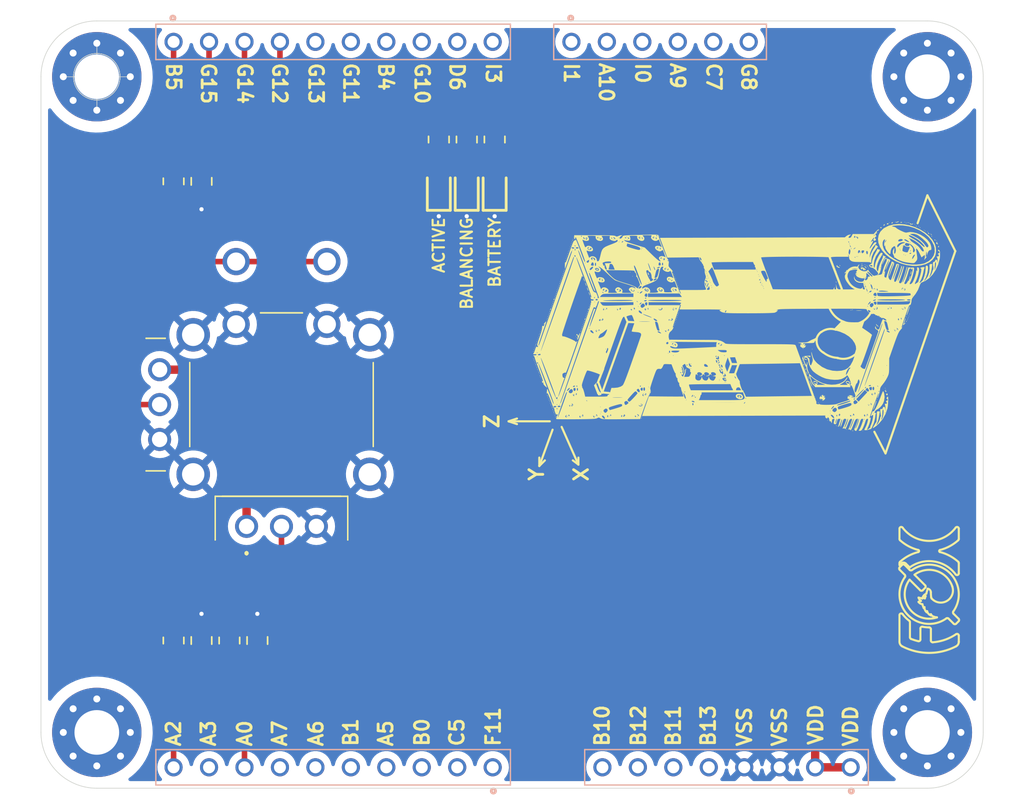
<source format=kicad_pcb>
(kicad_pcb (version 20211014) (generator pcbnew)
  (layers (0 "F.Cu" signal "Front") (31 "B.Cu" signal "Back") (34 "B.Paste" user) (35 "F.Paste" user) (36 "B.SilkS" user "B.Silkscreen") (37 "F.SilkS" user "F.Silkscreen") (38 "B.Mask" user) (39 "F.Mask" user) (44 "Edge.Cuts" user))
  (net 0 "")
  (net 5 "VDD")
  (net 6 "VSS")
  (net 7 "PB13")
  (net 8 "PB11")
  (net 9 "PB12")
  (net 10 "PB10")
  (net 11 "PB5")
  (net 12 "PG15")
  (net 13 "PG14")
  (net 14 "PG12")
  (net 15 "PG13")
  (net 16 "PG11")
  (net 17 "PB4")
  (net 18 "PG10")
  (net 19 "PD6")
  (net 20 "PI3")
  (net 21 "PF11")
  (net 22 "PC5")
  (net 23 "PB0")
  (net 24 "PA5")
  (net 25 "PB1")
  (net 26 "PA6")
  (net 27 "PA7")
  (net 28 "PA0")
  (net 29 "PA3")
  (net 30 "PA2")
  (net 31 "PI1")
  (net 32 "PA10")
  (net 33 "PI0")
  (net 34 "PA9")
  (net 35 "PC7")
  (net 36 "PG8")
  (net 37 "JOYSTICK_X")
  (net 38 "JOYSTICK_Y")
  (net 39 "JOYSTICK_BUTTON")
  (net 40 "Net-(LED1-Pad2)")
  (net 41 "Net-(LED2-Pad2)")
  (net 42 "Net-(LED3-Pad2)")
  (footprint "Capacitor_SMD:C_0805_2012Metric" (layer "F.Cu") (at 129 112.9125 90)
    (fp_text reference "C2" hide)
    (fp_text value "10u")
    (pad "1" smd roundrect (at -0.95 0 90) (size 1 1.45) (layers "F.Cu" "F.Paste" "F.Mask") (net 30 "PA2"))
    (pad "2" smd roundrect (at 0.95 0 90) (size 1 1.45) (layers "F.Cu" "F.Paste" "F.Mask") (net 6 "VSS"))
  )
  (footprint "SamacSys_Parts:LEDC1608X80N" (layer "F.Cu") (at 146 80.5 90)
    (fp_text reference "LED1" hide)
    (fp_text value "150060AS75000" hide)
    (pad "1" smd rect locked (at -0.75 0 180) (size 0.95 0.95) (layers "F.Cu" "F.Paste" "F.Mask") (net 6 "VSS"))
    (pad "2" smd rect locked (at 0.75 0 180) (size 0.95 0.95) (layers "F.Cu" "F.Paste" "F.Mask") (net 40 "Net-(LED1-Pad2)"))
  )
  (footprint "Resistor_SMD:R_0805_2012Metric" (layer "F.Cu") (at 148 77 -90)
    (fp_text reference "R5" hide)
    (fp_text value "5k")
    (pad "1" smd roundrect (at -0.9125 0 270) (size 1.025 1.4) (layers "F.Cu" "F.Paste" "F.Mask") (roundrect_rratio 0.243902) (net 13 "PG14"))
    (pad "2" smd roundrect (at 0.9125 0 270) (size 1.025 1.4) (layers "F.Cu" "F.Paste" "F.Mask") (roundrect_rratio 0.243902) (net 41 "Net-(LED2-Pad2)"))
  )
  (footprint "MountingHole:MountingHole_3.2mm_M3_Pad_Via" (layer "F.Cu") (at 181 72.5)
    (fp_text reference "H2" hide)
    (fp_text value "MountingHole_Pad")
    (pad "1" thru_hole circle (at -2.4 0) (size 0.8 0.8) (drill 0.5) (layers F&B.Cu *.Mask))
    (pad "1" thru_hole circle (at 2.4 0) (size 0.8 0.8) (drill 0.5) (layers F&B.Cu *.Mask))
    (pad "1" thru_hole circle (at 0 0) (size 6.4 6.4) (drill 3.2) (layers F&B.Cu *.Mask) (clearance 0.8))
    (pad "1" thru_hole circle (at 0 -2.4) (size 0.8 0.8) (drill 0.5) (layers F&B.Cu *.Mask))
    (pad "1" thru_hole circle (at -1.697056 -1.697056) (size 0.8 0.8) (drill 0.5) (layers F&B.Cu *.Mask))
    (pad "1" thru_hole circle (at 1.697056 1.697056) (size 0.8 0.8) (drill 0.5) (layers F&B.Cu *.Mask))
    (pad "1" thru_hole circle (at 1.697056 -1.697056) (size 0.8 0.8) (drill 0.5) (layers F&B.Cu *.Mask))
    (pad "1" thru_hole circle (at 0 2.4) (size 0.8 0.8) (drill 0.5) (layers F&B.Cu *.Mask))
    (pad "1" thru_hole circle (at -1.697056 1.697056) (size 0.8 0.8) (drill 0.5) (layers F&B.Cu *.Mask))
  )
  (footprint "MountingHole:MountingHole_3.2mm_M3_Pad_Via" (layer "F.Cu") (at 181 119.5)
    (fp_text reference "H1" hide)
    (fp_text value "MountingHole_Pad")
    (pad "1" thru_hole circle (at 0 -2.4) (size 0.8 0.8) (drill 0.5) (layers F&B.Cu *.Mask))
    (pad "1" thru_hole circle (at 1.697056 1.697056) (size 0.8 0.8) (drill 0.5) (layers F&B.Cu *.Mask))
    (pad "1" thru_hole circle (at -1.697056 1.697056) (size 0.8 0.8) (drill 0.5) (layers F&B.Cu *.Mask))
    (pad "1" thru_hole circle (at 0 2.4) (size 0.8 0.8) (drill 0.5) (layers F&B.Cu *.Mask))
    (pad "1" thru_hole circle (at -1.697056 -1.697056) (size 0.8 0.8) (drill 0.5) (layers F&B.Cu *.Mask))
    (pad "1" thru_hole circle (at 0 0) (size 6.4 6.4) (drill 3.2) (layers F&B.Cu *.Mask) (clearance 0.8))
    (pad "1" thru_hole circle (at 1.697056 -1.697056) (size 0.8 0.8) (drill 0.5) (layers F&B.Cu *.Mask))
    (pad "1" thru_hole circle (at 2.4 0) (size 0.8 0.8) (drill 0.5) (layers F&B.Cu *.Mask))
    (pad "1" thru_hole circle (at -2.4 0) (size 0.8 0.8) (drill 0.5) (layers F&B.Cu *.Mask))
  )
  (footprint "Resistor_SMD:R_0805_2012Metric" (layer "F.Cu") (at 150 77 -90)
    (fp_text reference "R6" hide)
    (fp_text value "5k")
    (pad "1" smd roundrect (at -0.9125 0 270) (size 1.025 1.4) (layers "F.Cu" "F.Paste" "F.Mask") (roundrect_rratio 0.243902) (net 14 "PG12"))
    (pad "2" smd roundrect (at 0.9125 0 270) (size 1.025 1.4) (layers "F.Cu" "F.Paste" "F.Mask") (roundrect_rratio 0.243902) (net 42 "Net-(LED3-Pad2)"))
  )
  (footprint "MountingHole:MountingHole_3.2mm_M3_Pad_Via" (layer "F.Cu") (at 121.5 72.5)
    (fp_text reference "H4" hide)
    (fp_text value "MountingHole_Pad")
    (pad "1" thru_hole circle (at 0 0) (size 6.4 6.4) (drill 3.2) (layers F&B.Cu *.Mask) (clearance 0.8))
    (pad "1" thru_hole circle (at 2.4 0) (size 0.8 0.8) (drill 0.5) (layers F&B.Cu *.Mask))
    (pad "1" thru_hole circle (at -1.697056 -1.697056) (size 0.8 0.8) (drill 0.5) (layers F&B.Cu *.Mask))
    (pad "1" thru_hole circle (at 0 2.4) (size 0.8 0.8) (drill 0.5) (layers F&B.Cu *.Mask))
    (pad "1" thru_hole circle (at 1.697056 1.697056) (size 0.8 0.8) (drill 0.5) (layers F&B.Cu *.Mask))
    (pad "1" thru_hole circle (at -1.697056 1.697056) (size 0.8 0.8) (drill 0.5) (layers F&B.Cu *.Mask))
    (pad "1" thru_hole circle (at -2.4 0) (size 0.8 0.8) (drill 0.5) (layers F&B.Cu *.Mask))
    (pad "1" thru_hole circle (at 1.697056 -1.697056) (size 0.8 0.8) (drill 0.5) (layers F&B.Cu *.Mask))
    (pad "1" thru_hole circle (at 0 -2.4) (size 0.8 0.8) (drill 0.5) (layers F&B.Cu *.Mask))
  )
  (footprint "SamacSys_Parts:LEDC1608X80N" (layer "F.Cu") (at 150 80.5 90)
    (fp_text reference "LED3" hide)
    (fp_text value "150060AS75000" hide)
    (pad "1" smd rect locked (at -0.75 0 180) (size 0.95 0.95) (layers "F.Cu" "F.Paste" "F.Mask") (net 6 "VSS"))
    (pad "2" smd rect locked (at 0.75 0 180) (size 0.95 0.95) (layers "F.Cu" "F.Paste" "F.Mask") (net 42 "Net-(LED3-Pad2)"))
  )
  (footprint "LOGO" (layer "F.Cu") (at 167 90 90)
    (fp_text reference "G***" hide)
    (fp_text value "LOGO" hide)
  )
  (footprint "SamacSys_Parts:THB001P" (layer "F.Cu") (at 132.23 104.73 180)
    (fp_text reference "S1" hide)
    (fp_text value "THB001P" hide)
    (pad "1" thru_hole circle locked (at 0 0 180) (size 1.65 1.65) (drill 1.1) (layers *.Cu *.Mask) (net 5 "VDD"))
    (pad "2" thru_hole circle locked (at -2.5 0 180) (size 1.65 1.65) (drill 1.1) (layers *.Cu *.Mask) (net 37 "JOYSTICK_X"))
    (pad "3" thru_hole circle locked (at -5 0 180) (size 1.65 1.65) (drill 1.1) (layers *.Cu *.Mask) (net 6 "VSS"))
    (pad "11" thru_hole circle locked (at 6.23 11.23 180) (size 1.65 1.65) (drill 1.1) (layers *.Cu *.Mask) (net 5 "VDD"))
    (pad "12" thru_hole circle locked (at 6.23 8.73 180) (size 1.65 1.65) (drill 1.1) (layers *.Cu *.Mask) (net 38 "JOYSTICK_Y"))
    (pad "13" thru_hole circle locked (at 6.23 6.23 180) (size 1.65 1.65) (drill 1.1) (layers *.Cu *.Mask) (net 6 "VSS"))
    (pad "A1" thru_hole circle locked (at -5.75 14.48 180) (size 1.95 1.95) (drill 1.3) (layers *.Cu *.Mask) (net 6 "VSS"))
    (pad "B1" thru_hole circle locked (at 0.75 14.48 180) (size 1.95 1.95) (drill 1.3) (layers *.Cu *.Mask) (net 6 "VSS"))
    (pad "C1" thru_hole circle locked (at -5.75 18.98 180) (size 1.95 1.95) (drill 1.3) (layers *.Cu *.Mask) (net 39 "JOYSTICK_BUTTON"))
    (pad "D1" thru_hole circle locked (at 0.75 18.98 180) (size 1.95 1.95) (drill 1.3) (layers *.Cu *.Mask) (net 39 "JOYSTICK_BUTTON"))
    (pad "MH1" thru_hole circle locked (at 3.825 3.73 180) (size 2.4 2.4) (drill 1.6) (layers *.Cu *.Mask) (net 6 "VSS"))
    (pad "MH2" thru_hole circle locked (at -8.825 3.73 180) (size 2.4 2.4) (drill 1.6) (layers *.Cu *.Mask) (net 6 "VSS"))
    (pad "MH3" thru_hole circle locked (at -8.825 13.73 180) (size 2.4 2.4) (drill 1.6) (layers *.Cu *.Mask) (net 6 "VSS"))
    (pad "MH4" thru_hole circle locked (at 3.825 13.73 180) (size 2.4 2.4) (drill 1.6) (layers *.Cu *.Mask) (net 6 "VSS"))
  )
  (footprint "Resistor_SMD:R_0805_2012Metric" (layer "F.Cu") (at 127 112.9125 -90)
    (fp_text reference "R2" hide)
    (fp_text value "5k")
    (pad "1" smd roundrect (at -0.9125 0 270) (size 1.025 1.4) (layers "F.Cu" "F.Paste" "F.Mask") (roundrect_rratio 0.243902) (net 38 "JOYSTICK_Y"))
    (pad "2" smd roundrect (at 0.9125 0 270) (size 1.025 1.4) (layers "F.Cu" "F.Paste" "F.Mask") (roundrect_rratio 0.243902) (net 30 "PA2"))
  )
  (footprint "MountingHole:MountingHole_3.2mm_M3_Pad_Via" (layer "F.Cu") (at 121.5 119.5)
    (fp_text reference "H3" hide)
    (fp_text value "MountingHole_Pad")
    (pad "1" thru_hole circle (at 1.697056 1.697056) (size 0.8 0.8) (drill 0.5) (layers F&B.Cu *.Mask))
    (pad "1" thru_hole circle (at 2.4 0) (size 0.8 0.8) (drill 0.5) (layers F&B.Cu *.Mask))
    (pad "1" thru_hole circle (at -1.697056 1.697056) (size 0.8 0.8) (drill 0.5) (layers F&B.Cu *.Mask))
    (pad "1" thru_hole circle (at -2.4 0) (size 0.8 0.8) (drill 0.5) (layers F&B.Cu *.Mask))
    (pad "1" thru_hole circle (at 0 2.4) (size 0.8 0.8) (drill 0.5) (layers F&B.Cu *.Mask))
    (pad "1" thru_hole circle (at 0 0) (size 6.4 6.4) (drill 3.2) (layers F&B.Cu *.Mask) (clearance 0.8))
    (pad "1" thru_hole circle (at 1.697056 -1.697056) (size 0.8 0.8) (drill 0.5) (layers F&B.Cu *.Mask))
    (pad "1" thru_hole circle (at 0 -2.4) (size 0.8 0.8) (drill 0.5) (layers F&B.Cu *.Mask))
    (pad "1" thru_hole circle (at -1.697056 -1.697056) (size 0.8 0.8) (drill 0.5) (layers F&B.Cu *.Mask))
  )
  (footprint "Capacitor_SMD:C_0805_2012Metric" (layer "F.Cu") (at 133 112.9125 90)
    (fp_text reference "C3" hide)
    (fp_text value "10u")
    (pad "1" smd roundrect (at -0.95 0 90) (size 1 1.45) (layers "F.Cu" "F.Paste" "F.Mask") (net 28 "PA0"))
    (pad "2" smd roundrect (at 0.95 0 90) (size 1 1.45) (layers "F.Cu" "F.Paste" "F.Mask") (net 6 "VSS"))
  )
  (footprint "SamacSys_Parts:LEDC1608X80N" (layer "F.Cu") (at 148 80.5 90)
    (fp_text reference "LED2" hide)
    (fp_text value "150060AS75000" hide)
    (pad "1" smd rect locked (at -0.75 0 180) (size 0.95 0.95) (layers "F.Cu" "F.Paste" "F.Mask") (net 6 "VSS"))
    (pad "2" smd rect locked (at 0.75 0 180) (size 0.95 0.95) (layers "F.Cu" "F.Paste" "F.Mask") (net 41 "Net-(LED2-Pad2)"))
  )
  (footprint "Resistor_SMD:R_0805_2012Metric" (layer "F.Cu") (at 131 112.9125 -90)
    (fp_text reference "R3" hide)
    (fp_text value "5k")
    (pad "1" smd roundrect (at -0.9125 0 270) (size 1.025 1.4) (layers "F.Cu" "F.Paste" "F.Mask") (roundrect_rratio 0.243902) (net 37 "JOYSTICK_X"))
    (pad "2" smd roundrect (at 0.9125 0 270) (size 1.025 1.4) (layers "F.Cu" "F.Paste" "F.Mask") (roundrect_rratio 0.243902) (net 28 "PA0"))
  )
  (footprint "Capacitor_SMD:C_0805_2012Metric" (layer "F.Cu") (at 129 80 -90)
    (fp_text reference "C1" hide)
    (fp_text value "10u")
    (pad "1" smd roundrect (at -0.95 0 270) (size 1 1.45) (layers "F.Cu" "F.Paste" "F.Mask") (net 11 "PB5"))
    (pad "2" smd roundrect (at 0.95 0 270) (size 1 1.45) (layers "F.Cu" "F.Paste" "F.Mask") (net 6 "VSS"))
  )
  (footprint "Resistor_SMD:R_0805_2012Metric" (layer "F.Cu") (at 127 80 90)
    (fp_text reference "R1" hide)
    (fp_text value "5k")
    (pad "1" smd roundrect (at -0.9125 0 90) (size 1.025 1.4) (layers "F.Cu" "F.Paste" "F.Mask") (roundrect_rratio 0.243902) (net 39 "JOYSTICK_BUTTON"))
    (pad "2" smd roundrect (at 0.9125 0 90) (size 1.025 1.4) (layers "F.Cu" "F.Paste" "F.Mask") (roundrect_rratio 0.243902) (net 11 "PB5"))
  )
  (footprint "Resistor_SMD:R_0805_2012Metric" (layer "F.Cu") (at 146 77 -90)
    (fp_text reference "R4" hide)
    (fp_text value "5k")
    (pad "1" smd roundrect (at -0.9125 0 270) (size 1.025 1.4) (layers "F.Cu" "F.Paste" "F.Mask") (roundrect_rratio 0.243902) (net 12 "PG15"))
    (pad "2" smd roundrect (at 0.9125 0 270) (size 1.025 1.4) (layers "F.Cu" "F.Paste" "F.Mask") (roundrect_rratio 0.243902) (net 40 "Net-(LED1-Pad2)"))
  )
  (footprint "SamacSys_Parts:SLW-106-01-X-S" (layer "B.Cu") (at 155.5 70)
    (fp_text reference "J4" hide)
    (fp_text value "SLW-106-01-T-S" hide)
    (pad "1" thru_hole circle locked (at 0 0) (size 1.3 1.3) (drill 0.86) (layers *.Cu *.Mask) (net 31 "PI1"))
    (pad "2" thru_hole circle locked (at 2.54 0) (size 1.3 1.3) (drill 0.86) (layers *.Cu *.Mask) (net 32 "PA10"))
    (pad "3" thru_hole circle locked (at 5.08 0) (size 1.3 1.3) (drill 0.86) (layers *.Cu *.Mask) (net 33 "PI0"))
    (pad "4" thru_hole circle locked (at 7.62 0) (size 1.3 1.3) (drill 0.86) (layers *.Cu *.Mask) (net 34 "PA9"))
    (pad "5" thru_hole circle locked (at 10.16 0) (size 1.3 1.3) (drill 0.86) (layers *.Cu *.Mask) (net 35 "PC7"))
    (pad "6" thru_hole circle locked (at 12.7 0) (size 1.3 1.3) (drill 0.86) (layers *.Cu *.Mask) (net 36 "PG8"))
  )
  (footprint "SamacSys_Parts:SLW-110-01-X-S" (layer "B.Cu") (at 149.86 122 180)
    (fp_text reference "J3" hide)
    (fp_text value "SLW-110-01-T-S" hide)
    (pad "1" thru_hole circle locked (at 0 0 180) (size 1.3 1.3) (drill 0.86) (layers *.Cu *.Mask) (net 21 "PF11"))
    (pad "2" thru_hole circle locked (at 2.54 0 180) (size 1.3 1.3) (drill 0.86) (layers *.Cu *.Mask) (net 22 "PC5"))
    (pad "3" thru_hole circle locked (at 5.08 0 180) (size 1.3 1.3) (drill 0.86) (layers *.Cu *.Mask) (net 23 "PB0"))
    (pad "4" thru_hole circle locked (at 7.62 0 180) (size 1.3 1.3) (drill 0.86) (layers *.Cu *.Mask) (net 24 "PA5"))
    (pad "5" thru_hole circle locked (at 10.16 0 180) (size 1.3 1.3) (drill 0.86) (layers *.Cu *.Mask) (net 25 "PB1"))
    (pad "6" thru_hole circle locked (at 12.7 0 180) (size 1.3 1.3) (drill 0.86) (layers *.Cu *.Mask) (net 26 "PA6"))
    (pad "7" thru_hole circle locked (at 15.24 0 180) (size 1.3 1.3) (drill 0.86) (layers *.Cu *.Mask) (net 27 "PA7"))
    (pad "8" thru_hole circle locked (at 17.78 0 180) (size 1.3 1.3) (drill 0.86) (layers *.Cu *.Mask) (net 28 "PA0"))
    (pad "9" thru_hole circle locked (at 20.32 0 180) (size 1.3 1.3) (drill 0.86) (layers *.Cu *.Mask) (net 29 "PA3"))
    (pad "10" thru_hole circle locked (at 22.86 0 180) (size 1.3 1.3) (drill 0.86) (layers *.Cu *.Mask) (net 30 "PA2"))
  )
  (footprint "SamacSys_Parts:SLW-108-01-X-S" (layer "B.Cu") (at 175.5 122 180)
    (fp_text reference "J1" hide)
    (fp_text value "SLW-108-01-T-S" hide)
    (pad "1" thru_hole circle locked (at 0 0 180) (size 1.3 1.3) (drill 0.86) (layers *.Cu *.Mask) (net 5 "VDD"))
    (pad "2" thru_hole circle locked (at 2.54 0 180) (size 1.3 1.3) (drill 0.86) (layers *.Cu *.Mask) (net 5 "VDD"))
    (pad "3" thru_hole circle locked (at 5.08 0 180) (size 1.3 1.3) (drill 0.86) (layers *.Cu *.Mask) (net 6 "VSS"))
    (pad "4" thru_hole circle locked (at 7.62 0 180) (size 1.3 1.3) (drill 0.86) (layers *.Cu *.Mask) (net 6 "VSS"))
    (pad "5" thru_hole circle locked (at 10.16 0 180) (size 1.3 1.3) (drill 0.86) (layers *.Cu *.Mask) (net 7 "PB13"))
    (pad "6" thru_hole circle locked (at 12.7 0 180) (size 1.3 1.3) (drill 0.86) (layers *.Cu *.Mask) (net 8 "PB11"))
    (pad "7" thru_hole circle locked (at 15.24 0 180) (size 1.3 1.3) (drill 0.86) (layers *.Cu *.Mask) (net 9 "PB12"))
    (pad "8" thru_hole circle locked (at 17.78 0 180) (size 1.3 1.3) (drill 0.86) (layers *.Cu *.Mask) (net 10 "PB10"))
  )
  (footprint "SamacSys_Parts:SLW-110-01-X-S" (layer "B.Cu") (at 127 70)
    (fp_text reference "J2" hide)
    (fp_text value "SLW-110-01-T-S" hide)
    (pad "1" thru_hole circle locked (at 0 0) (size 1.3 1.3) (drill 0.86) (layers *.Cu *.Mask) (net 11 "PB5"))
    (pad "2" thru_hole circle locked (at 2.54 0) (size 1.3 1.3) (drill 0.86) (layers *.Cu *.Mask) (net 12 "PG15"))
    (pad "3" thru_hole circle locked (at 5.08 0) (size 1.3 1.3) (drill 0.86) (layers *.Cu *.Mask) (net 13 "PG14"))
    (pad "4" thru_hole circle locked (at 7.62 0) (size 1.3 1.3) (drill 0.86) (layers *.Cu *.Mask) (net 14 "PG12"))
    (pad "5" thru_hole circle locked (at 10.16 0) (size 1.3 1.3) (drill 0.86) (layers *.Cu *.Mask) (net 15 "PG13"))
    (pad "6" thru_hole circle locked (at 12.7 0) (size 1.3 1.3) (drill 0.86) (layers *.Cu *.Mask) (net 16 "PG11"))
    (pad "7" thru_hole circle locked (at 15.24 0) (size 1.3 1.3) (drill 0.86) (layers *.Cu *.Mask) (net 17 "PB4"))
    (pad "8" thru_hole circle locked (at 17.78 0) (size 1.3 1.3) (drill 0.86) (layers *.Cu *.Mask) (net 18 "PG10"))
    (pad "9" thru_hole circle locked (at 20.32 0) (size 1.3 1.3) (drill 0.86) (layers *.Cu *.Mask) (net 19 "PD6"))
    (pad "10" thru_hole circle locked (at 22.86 0) (size 1.3 1.3) (drill 0.86) (layers *.Cu *.Mask) (net 20 "PI3"))
  )
  (gr_arc (start 182.356152 111.328649) (mid 179.622357 111.099229) (end 179.392981 108.365478) (layer "F.SilkS") (width 0.15))
  (gr_arc (start 180.739502 110.5823) (mid 180.685171 110.450539) (end 180.646802 110.313278) (layer "F.SilkS") (width 0.15))
  (gr_line (start 159.525 90.075) (end 160.1 90.1) (layer "F.SilkS") (width 0.1524))
  (gr_line (start 159.525 90.075) (end 159.325 89.625) (layer "F.SilkS") (width 0.1524))
  (gr_arc (start 181.146942 111.054055) (mid 181.040724 110.947838) (end 180.981148 110.809943) (layer "F.SilkS") (width 0.15))
  (gr_arc (start 176.949999 89.4) (mid 176.607547 89.852052) (end 176.125 90.15) (layer "F.SilkS") (width 0.1524))
  (gr_line (start 180.872733 109.730765) (end 180.819 109.89093) (layer "F.SilkS") (width 0.15))
  (gr_arc (start 179.041667 107.267393) (mid 179.653769 106.839628) (end 180.349878 106.569286) (layer "F.SilkS") (width 0.15))
  (gr_arc (start 180.878311 110.804055) (mid 180.809025 110.670767) (end 180.793807 110.521323) (layer "F.SilkS") (width 0.15))
  (gr_arc (start 182.787607 109.050518) (mid 182.396861 110.076647) (end 181.312182 109.906492) (layer "F.SilkS") (width 0.15))
  (gr_line (start 183.25 113) (end 183.25 112.562175) (layer "F.SilkS") (width 0.15))
  (gr_line (start 157.7 95.125) (end 158.2 95.175) (layer "F.SilkS") (width 0.1524))
  (gr_line (start 167.75 95.05) (end 163.95 95.05) (layer "F.SilkS") (width 0.1524))
  (gr_arc (start 175.025 90.075) (mid 174.411737 89.69413) (end 173.996142 89.101597) (layer "F.SilkS") (width 0.1524))
  (gr_arc (start 183.059109 111.707515) (mid 182.970721 111.744135) (end 182.882332 111.707515) (layer "F.SilkS") (width 0.15))
  (gr_arc (start 181.238944 111.110652) (mid 181.192308 111.083386) (end 181.146942 111.054055) (layer "F.SilkS") (width 0.15))
  (gr_arc (start 183.235885 111.353962) (mid 183.272524 111.442364) (end 183.235885 111.530739) (layer "F.SilkS") (width 0.15))
  (gr_arc (start 175.8 92.425) (mid 175.216387 92.698718) (end 174.573093 92.657516) (layer "F.SilkS") (width 0.1524))
  (gr_arc (start 179.7 111.49663) (mid 179.736814 111.540724) (end 179.75 111.59663) (layer "F.SilkS") (width 0.15))
  (gr_line (start 179.723478 108.548662) (end 180.48727 109.312453) (layer "F.SilkS") (width 0.15))
  (gr_arc (start 180.349878 106.423974) (mid 179.653767 106.153637) (end 179.041667 105.725867) (layer "F.SilkS") (width 0.15))
  (gr_line (start 151 97.2) (end 153.95 97.2) (layer "F.SilkS") (width 0.1524))
  (gr_arc (start 182.870514 110.988591) (mid 182.834329 110.910655) (end 182.857019 110.827782) (layer "F.SilkS") (width 0.15))
  (gr_arc (start 183.25 105.632698) (mid 183.23913 105.68374) (end 183.208333 105.725867) (layer "F.SilkS") (width 0.15))
  (gr_line (start 157.7 95.15) (end 159.525 90.075) (layer "F.SilkS") (width 0.1524))
  (gr_line (start 156 100.3) (end 154.8 97.6) (layer "F.SilkS") (width 0.1524))
  (gr_arc (start 180.5 112.837925) (mid 180.452811 112.935832) (end 180.346821 112.959707) (layer "F.SilkS") (width 0.15))
  (gr_arc (start 181.686643 111.254055) (mid 179.708576 110.624423) (end 179.723478 108.548662) (layer "F.SilkS") (width 0.15))
  (gr_arc (start 181.267987 109.806855) (mid 181.254375 109.632167) (end 181.248865 109.457036) (layer "F.SilkS") (width 0.15))
  (gr_arc (start 183.025 104.82163) (mid 183.164508 104.778046) (end 183.25 104.89663) (layer "F.SilkS") (width 0.15))
  (gr_arc (start 181.238944 111.110652) (mid 181.234935 111.069107) (end 181.248213 111.029527) (layer "F.SilkS") (width 0.15))
  (gr_line (start 183.235885 111.353962) (end 182.870514 110.988591) (layer "F.SilkS") (width 0.15))
  (gr_arc (start 179.203518 113.333495) (mid 179.054927 113.195328) (end 179 113) (layer "F.SilkS") (width 0.15))
  (gr_line (start 183.059109 111.707515) (end 183.235885 111.530739) (layer "F.SilkS") (width 0.15))
  (gr_line (start 181.25 112.914158) (end 181.25 112.09663) (layer "F.SilkS") (width 0.15))
  (gr_line (start 183 85) (end 181 81) (layer "F.SilkS") (width 0.1524))
  (gr_line (start 179 107.499859) (end 179.102503 107.397356) (layer "F.SilkS") (width 0.15))
  (gr_line (start 173 94.675) (end 175.35 94.675) (layer "F.SilkS") (width 0.1524))
  (gr_line (start 179.733039 107.851116) (end 179.367668 107.485745) (layer "F.SilkS") (width 0.15))
  (gr_arc (start 183.055108 112.458541) (mid 182.257547 112.857499) (end 181.384393 113.038804) (layer "F.SilkS") (width 0.15))
  (gr_line (start 180.664047 109.312453) (end 180.840823 109.135677) (layer "F.SilkS") (width 0.15))
  (gr_line (start 180.639288 109.897735) (end 180.367088 109.836034) (layer "F.SilkS") (width 0.15))
  (gr_arc (start 181.480146 111.211969) (mid 181.346756 111.142901) (end 181.248213 111.029527) (layer "F.SilkS") (width 0.15))
  (gr_line (start 151 97.2) (end 151.6 97) (layer "F.SilkS") (width 0.1524))
  (gr_line (start 179.75 112.679809) (end 179.75 111.59663) (layer "F.SilkS") (width 0.15))
  (gr_arc (start 179.893848 107.864611) (mid 182.627561 108.094025) (end 182.857019 110.827782) (layer "F.SilkS") (width 0.15))
  (gr_arc (start 183.25 113) (mid 183.195093 113.195331) (end 183.046482 113.333495) (layer "F.SilkS") (width 0.15))
  (gr_line (start 167.275 92.525) (end 166.75 92.55) (layer "F.SilkS") (width 0.1524))
  (gr_arc (start 179 107.360562) (mid 179.010876 107.309523) (end 179.041667 107.267393) (layer "F.SilkS") (width 0.15))
  (gr_line (start 180.840823 108.9589) (end 180.077032 108.195108) (layer "F.SilkS") (width 0.15))
  (gr_line (start 183.25 105.632698) (end 183.25 104.89663) (layer "F.SilkS") (width 0.15))
  (gr_arc (start 176.35 87.774999) (mid 175.644443 87.559727) (end 175.233091 86.947402) (layer "F.SilkS") (width 0.1524))
  (gr_arc (start 182.356152 111.328649) (mid 182.439028 111.305921) (end 182.516961 111.342144) (layer "F.SilkS") (width 0.15))
  (gr_arc (start 179.041667 105.725867) (mid 179.010876 105.68373) (end 179 105.632698) (layer "F.SilkS") (width 0.15))
  (gr_line (start 153.2 100.4) (end 153.6 100) (layer "F.SilkS") (width 0.1524))
  (gr_arc (start 180.536237 110.074052) (mid 180.430026 109.97042) (end 180.367088 109.836034) (layer "F.SilkS") (width 0.15))
  (gr_line (start 178 99.5) (end 183 85) (layer "F.SilkS") (width 0.1524))
  (gr_arc (start 183.208333 105.725867) (mid 182.596237 106.153644) (end 181.900122 106.423974) (layer "F.SilkS") (width 0.15))
  (gr_line (start 179.190891 107.485745) (end 179.014115 107.662521) (layer "F.SilkS") (width 0.15))
  (gr_line (start 183.25 108.09663) (end 183.25 107.360562) (layer "F.SilkS") (width 0.15))
  (gr_line (start 180.3 83) (end 181 81) (layer "F.SilkS") (width 0.1524))
  (gr_line (start 167.7 95.775) (end 164.5 95.8) (layer "F.SilkS") (width 0.1524))
  (gr_arc (start 174.575 92.649999) (mid 174.026676 92.538645) (end 173.540177 92.262278) (layer "F.SilkS") (width 0.1524))
  (gr_line (start 181.020121 109.199212) (end 180.919446 109.558253) (layer "F.SilkS") (width 0.15))
  (gr_arc (start 183.208333 107.267393) (mid 183.239115 107.30953) (end 183.25 107.360562) (layer "F.SilkS") (width 0.15))
  (gr_arc (start 180.077032 108.195108) (mid 181.651652 107.927768) (end 182.787607 109.050518) (layer "F.SilkS") (width 0.15))
  (gr_line (start 179 111.09663) (end 179 113) (layer "F.SilkS") (width 0.15))
  (gr_line (start 151 97.2) (end 151.6 97.4) (layer "F.SilkS") (width 0.1524))
  (gr_arc (start 179 111.09663) (mid 179.085461 110.978026) (end 179.225 111.02163) (layer "F.SilkS") (width 0.15))
  (gr_arc (start 173.55 92.275) (mid 173.165856 91.861794) (end 173.071098 91.305622) (layer "F.SilkS") (width 0.1524))
  (gr_arc (start 183.046482 113.333495) (mid 181.125 113.798547) (end 179.203518 113.333495) (layer "F.SilkS") (width 0.15))
  (gr_arc (start 180.664047 109.312453) (mid 180.575659 109.349118) (end 180.48727 109.312453) (layer "F.SilkS") (width 0.15))
  (gr_arc (start 180.639288 109.897735) (mid 180.736261 109.692423) (end 180.919446 109.558253) (layer "F.SilkS") (width 0.15))
  (gr_arc (start 180.739502 110.5823) (mid 180.760157 110.546027) (end 180.793807 110.521323) (layer "F.SilkS") (width 0.15))
  (gr_line (start 179 107.360562) (end 179 107.499859) (layer "F.SilkS") (width 0.15))
  (gr_line (start 154.15 97.8) (end 153.2 100.4) (layer "F.SilkS") (width 0.1524))
  (gr_line (start 180.757666 109.870354) (end 180.872733 109.730765) (layer "F.SilkS") (width 0.15))
  (gr_arc (start 175.225 86.975) (mid 175.359098 86.383394) (end 175.932088 86.184243) (layer "F.SilkS") (width 0.1524))
  (gr_line (start 167.25 93.725) (end 167.475 93.1) (layer "F.SilkS") (width 0.1524))
  (gr_arc (start 180.5 112.04612) (mid 180.545966 111.94936) (end 180.65 111.923645) (layer "F.SilkS") (width 0.15))
  (gr_arc (start 180.346821 112.959707) (mid 180.08419 112.887918) (end 179.828035 112.79565) (layer "F.SilkS") (width 0.15))
  (gr_arc (start 179.190891 107.485745) (mid 179.279279 107.449081) (end 179.367668 107.485745) (layer "F.SilkS") (width 0.15))
  (gr_arc (start 181.020121 109.199212) (mid 181.182843 109.285233) (end 181.248865 109.457036) (layer "F.SilkS") (width 0.15))
  (gr_arc (start 173.4 90.8) (mid 173.898573 90.58892) (end 174.438008 90.635176) (layer "F.SilkS") (width 0.1524))
  (gr_arc (start 180.840823 108.9589) (mid 180.877453 109.04729) (end 180.840823 109.135677) (layer "F.SilkS") (width 0.15))
  (gr_line (start 174 85.45) (end 174.875 87.725) (layer "F.SilkS") (width 0.1524))
  (gr_arc (start 181.125 111.97163) (mid 181.2134 112.008244) (end 181.25 112.09663) (layer "F.SilkS") (width 0.15))
  (gr_arc (start 181.900122 106.569286) (mid 182.59624 106.839611) (end 183.208333 107.267393) (layer "F.SilkS") (width 0.15))
  (gr_arc (start 180.947748 110.884452) (mid 180.956514 110.843644) (end 180.981148 110.809943) (layer "F.SilkS") (width 0.15))
  (gr_line (start 157.425 95.2) (end 157.575 95.25) (layer "F.SilkS") (width 0.1524))
  (gr_line (start 179.456056 107.397356) (end 179.731853 107.673153) (layer "F.SilkS") (width 0.15))
  (gr_arc (start 179 104.89663) (mid 179.085461 104.778026) (end 179.225 104.82163) (layer "F.SilkS") (width 0.15))
  (gr_arc (start 179.731853 107.673153) (mid 181.480441 107.248368) (end 183.025 108.17163) (layer "F.SilkS") (width 0.15))
  (gr_line (start 166.95 93.1) (end 167.475 93.1) (layer "F.SilkS") (width 0.1524))
  (gr_line (start 156 100.3) (end 156 99.8) (layer "F.SilkS") (width 0.1524))
  (gr_arc (start 179.379486 108.204669) (mid 179.41565 108.282611) (end 179.392981 108.365478) (layer "F.SilkS") (width 0.15))
  (gr_line (start 153.2 100.4) (end 153.2 99.8) (layer "F.SilkS") (width 0.1524))
  (gr_line (start 157.2 94.625) (end 157.425 95.2) (layer "F.SilkS") (width 0.1524))
  (gr_line (start 162.575 91.425) (end 165.975 91.45) (layer "F.SilkS") (width 0.1524))
  (gr_arc (start 183.025 104.82163) (mid 181.125 105.771583) (end 179.225 104.82163) (layer "F.SilkS") (width 0.15))
  (gr_line (start 179 104.89663) (end 179 105.632698) (layer "F.SilkS") (width 0.15))
  (gr_line (start 157.4 94.4) (end 157.775 93.45) (layer "F.SilkS") (width 0.1524))
  (gr_line (start 180.819 109.89093) (end 180.757666 109.870354) (layer "F.SilkS") (width 0.15))
  (gr_arc (start 183.055108 112.458541) (mid 183.183656 112.451808) (end 183.25 112.562175) (layer "F.SilkS") (width 0.15))
  (gr_arc (start 181.900122 106.569286) (mid 181.843659 106.496604) (end 181.900122 106.423974) (layer "F.SilkS") (width 0.15))
  (gr_arc (start 180.947748 110.884452) (mid 180.912143 110.845019) (end 180.878311 110.804055) (layer "F.SilkS") (width 0.15))
  (gr_arc (start 183.25 108.09663) (mid 183.164518 108.215197) (end 183.025 108.17163) (layer "F.SilkS") (width 0.15))
  (gr_line (start 179.014115 107.839298) (end 179.379486 108.204669) (layer "F.SilkS") (width 0.15))
  (gr_arc (start 180.349878 106.423974) (mid 180.406246 106.496604) (end 180.349878 106.569286) (layer "F.SilkS") (width 0.15))
  (gr_arc (start 181.312182 109.906492) (mid 181.282144 109.860194) (end 181.267987 109.806855) (layer "F.SilkS") (width 0.15))
  (gr_arc (start 179.102503 107.397356) (mid 179.27928 107.324081) (end 179.456056 107.397356) (layer "F.SilkS") (width 0.15))
  (gr_line (start 180.5 112.04612) (end 180.5 112.837925) (layer "F.SilkS") (width 0.15))
  (gr_line (start 167.475 93.1) (end 167.275 92.525) (layer "F.SilkS") (width 0.1524))
  (gr_arc (start 181.384393 113.038804) (mid 181.289964 113.005817) (end 181.25 112.914158) (layer "F.SilkS") (width 0.15))
  (gr_arc (start 181.686643 111.254055) (mid 181.582472 111.237537) (end 181.480146 111.211969) (layer "F.SilkS") (width 0.15))
  (gr_line (start 182.516961 111.342144) (end 182.882332 111.707515) (layer "F.SilkS") (width 0.15))
  (gr_arc (start 179.828035 112.79565) (mid 179.771363 112.749624) (end 179.75 112.679809) (layer "F.SilkS") (width 0.15))
  (gr_line (start 166.95 93.1) (end 166.725 93.7) (layer "F.SilkS") (width 0.1524))
  (gr_arc (start 179.014115 107.839298) (mid 178.977487 107.750905) (end 179.014115 107.662521) (layer "F.SilkS") (width 0.15))
  (gr_arc (start 180.362031 110.144356) (mid 180.446846 110.103535) (end 180.536237 110.074052) (layer "F.SilkS") (width 0.15))
  (gr_line (start 156 100.3) (end 155.6 100) (layer "F.SilkS") (width 0.1524))
  (gr_line (start 171.5 91.8) (end 172.975 95.85) (layer "F.SilkS") (width 0.1524))
  (gr_arc (start 181.125 111.97163) (mid 180.886291 111.959605) (end 180.65 111.923645) (layer "F.SilkS") (width 0.15))
  (gr_line (start 157.7 95.15) (end 157.425 94.4) (layer "F.SilkS") (width 0.1524))
  (gr_arc (start 179.7 111.49663) (mid 179.445622 111.276009) (end 179.225 111.02163) (layer "F.SilkS") (width 0.15))
  (gr_arc (start 179.893848 107.864611) (mid 179.810961 107.887331) (end 179.733039 107.851116) (layer "F.SilkS") (width 0.15))
  (gr_line (start 166.75 92.55) (end 166.95 93.1) (layer "F.SilkS") (width 0.1524))
  (gr_line (start 178 99.5) (end 177.2 97.95) (layer "F.SilkS") (width 0.1524))
  (gr_arc (start 180.646802 110.313278) (mid 180.487371 110.257544) (end 180.362031 110.144356) (layer "F.SilkS") (width 0.15))
  (gr_arc (start 173.05 91.325) (mid 173.173922 91.027302) (end 173.392783 90.790487) (layer "F.SilkS") (width 0.1524))
  (gr_line (start 185 72.5) (end 185 119.5) (layer "Edge.Cuts") (width 0.05))
  (gr_line (start 121.5 68.5) (end 181 68.5) (layer "Edge.Cuts") (width 0.05))
  (gr_arc (start 121.5 123.5) (mid 118.671573 122.328427) (end 117.5 119.5) (layer "Edge.Cuts") (width 0.05))
  (gr_arc (start 181 68.5) (mid 183.828427 69.671573) (end 185 72.5) (layer "Edge.Cuts") (width 0.05))
  (gr_arc (start 117.5 72.5) (mid 118.671573 69.671573) (end 121.5 68.5) (layer "Edge.Cuts") (width 0.05))
  (gr_line (start 181 123.5) (end 121.5 123.5) (layer "Edge.Cuts") (width 0.05))
  (gr_line (start 117.5 119.5) (end 117.5 72.5) (layer "Edge.Cuts") (width 0.05))
  (gr_arc (start 185 119.5) (mid 183.828427 122.328427) (end 181 123.5) (layer "Edge.Cuts") (width 0.05))
  (gr_text "X" (at 156.2 101 90) (layer "F.SilkS") (effects (font (size 1 1) (thickness 0.2))))
  (gr_text "B12" (at 160.3 120.6 90) (layer "F.SilkS") (effects (font (size 1 1) (thickness 0.2)) (justify left)))
  (gr_text "A5" (at 142.2 120.6 90) (layer "F.SilkS") (effects (font (size 1 1) (thickness 0.2)) (justify left)))
  (gr_text "B1" (at 139.7 120.6 90) (layer "F.SilkS") (effects (font (size 1 1) (thickness 0.2)) (justify left)))
  (gr_text "I1" (at 155.5 71.4 270) (layer "F.SilkS") (effects (font (size 1 1) (thickness 0.2)) (justify left)))
  (gr_text "A9" (at 163.1 71.4 270) (layer "F.SilkS") (effects (font (size 1 1) (thickness 0.2)) (justify left)))
  (gr_text "B0" (at 144.8 120.6 90) (layer "F.SilkS") (effects (font (size 1 1) (thickness 0.2)) (justify left)))
  (gr_text "VSS" (at 167.9 120.6 90) (layer "F.SilkS") (effects (font (size 1 1) (thickness 0.2)) (justify left)))
  (gr_text "G14" (at 132.1 71.4 270) (layer "F.SilkS") (effects (font (size 1 1) (thickness 0.2)) (justify left)))
  (gr_text "I0" (at 160.6 71.4 270) (layer "F.SilkS") (effects (font (size 1 1) (thickness 0.2)) (justify left)))
  (gr_text "ACTIVE" (at 146 82.5 90) (layer "F.SilkS") (effects (font (size 0.8128 0.8128) (thickness 0.1524)) (justify right)))
  (gr_text "A10" (at 158 71.4 270) (layer "F.SilkS") (effects (font (size 1 1) (thickness 0.2)) (justify left)))
  (gr_text "D6" (at 147.3 71.4 270) (layer "F.SilkS") (effects (font (size 1 1) (thickness 0.2)) (justify left)))
  (gr_text "I3" (at 149.9 71.4 270) (layer "F.SilkS") (effects (font (size 1 1) (thickness 0.2)) (justify left)))
  (gr_text "VDD" (at 175.5 120.6 90) (layer "F.SilkS") (effects (font (size 1 1) (thickness 0.2)) (justify left)))
  (gr_text "G11" (at 139.7 71.4 270) (layer "F.SilkS") (effects (font (size 1 1) (thickness 0.2)) (justify left)))
  (gr_text "C5" (at 147.3 120.6 90) (layer "F.SilkS") (effects (font (size 1 1) (thickness 0.2)) (justify left)))
  (gr_text "G8" (at 168.2 71.4 270) (layer "F.SilkS") (effects (font (size 1 1) (thickness 0.2)) (justify left)))
  (gr_text "A0" (at 132.1 120.6 90) (layer "F.SilkS") (effects (font (size 1 1) (thickness 0.2)) (justify left)))
  (gr_text "G12" (at 134.6 71.4 270) (layer "F.SilkS") (effects (font (size 1 1) (thickness 0.2)) (justify left)))
  (gr_text "A7" (at 134.6 120.6 90) (layer "F.SilkS") (effects (font (size 1 1) (thickness 0.2)) (justify left)))
  (gr_text "A3" (at 129.5 120.6 90) (layer "F.SilkS") (effects (font (size 1 1) (thickness 0.2)) (justify left)))
  (gr_text "VDD" (at 173 120.5 90) (layer "F.SilkS") (effects (font (size 1 1) (thickness 0.2)) (justify left)))
  (gr_text "F11" (at 149.9 120.6 90) (layer "F.SilkS") (effects (font (size 1 1) (thickness 0.2)) (justify left)))
  (gr_text "A2" (at 127 120.6 90) (layer "F.SilkS") (effects (font (size 1 1) (thickness 0.2)) (justify left)))
  (gr_text "B5" (at 127 71.4 270) (layer "F.SilkS") (effects (font (size 1 1) (thickness 0.2)) (justify left)))
  (gr_text "VSS" (at 170.4 120.6 90) (layer "F.SilkS") (effects (font (size 1 1) (thickness 0.2)) (justify left)))
  (gr_text "G10" (at 144.8 71.4 270) (layer "F.SilkS") (effects (font (size 1 1) (thickness 0.2)) (justify left)))
  (gr_text "Z" (at 149.8 97.2 90) (layer "F.SilkS") (effects (font (size 1 1) (thickness 0.2))))
  (gr_text "Y" (at 153 101 90) (layer "F.SilkS") (effects (font (size 1 1) (thickness 0.2))))
  (gr_text "G13" (at 137.2 71.4 270) (layer "F.SilkS") (effects (font (size 1 1) (thickness 0.2)) (justify left)))
  (gr_text "B13" (at 165.3 120.6 90) (layer "F.SilkS") (effects (font (size 1 1) (thickness 0.2)) (justify left)))
  (gr_text "B11" (at 162.8 120.6 90) (layer "F.SilkS") (effects (font (size 1 1) (thickness 0.2)) (justify left)))
  (gr_text "BALANCING" (at 148 82.5 90) (layer "F.SilkS") (effects (font (size 0.8128 0.8128) (thickness 0.1524)) (justify right)))
  (gr_text "BATTERY" (at 150 82.5 90) (layer "F.SilkS") (effects (font (size 0.8128 0.8128) (thickness 0.1524)) (justify right)))
  (gr_text "C7" (at 165.7 71.4 270) (layer "F.SilkS") (effects (font (size 1 1) (thickness 0.2)) (justify left)))
  (gr_text "B10" (at 157.7 120.6 90) (layer "F.SilkS") (effects (font (size 1 1) (thickness 0.2)) (justify left)))
  (gr_text "A6" (at 137.2 120.6 90) (layer "F.SilkS") (effects (font (size 1 1) (thickness 0.2)) (justify left)))
  (gr_text "G15" (at 129.5 71.4 270) (layer "F.SilkS") (effects (font (size 1 1) (thickness 0.2)) (justify left)))
  (gr_text "B4" (at 142.2 71.4 270) (layer "F.SilkS") (effects (font (size 1 1) (thickness 0.2)) (justify left)))
  (target plus (at 121.5 72.5) (size 5) (width 0.0381) (layer "Edge.Cuts"))
  (target plus (at 121.5 72.5) (size 5) (width 0.0381) (layer "Edge.Cuts"))
  (target plus (at 121.5 72.5) (size 5) (width 0.0381) (layer "Edge.Cuts"))
  (target plus (at 121.5 72.5) (size 5) (width 0.0381) (layer "Edge.Cuts"))
  (segment (start 132.23 98.77) (end 133 98) (width 0.6) (layer "F.Cu") (net 5))
  (segment (start 132.23 104.73) (end 132.23 98.77) (width 0.6) (layer "F.Cu") (net 5))
  (segment (start 133 93.5) (end 126 93.5) (width 0.6) (layer "F.Cu") (net 5))
  (segment (start 171.5 116) (end 145 116) (width 0.6) (layer "F.Cu") (net 5))
  (segment (start 144 115) (end 144 99) (width 0.6) (layer "F.Cu") (net 5))
  (segment (start 143 98) (end 134 98) (width 0.6) (layer "F.Cu") (net 5))
  (segment (start 133 98) (end 134 98) (width 0.6) (layer "F.Cu") (net 5))
  (segment (start 172.96 117.46) (end 171.5 116) (width 0.6) (layer "F.Cu") (net 5))
  (segment (start 175.5 122) (end 172.96 122) (width 0.6) (layer "F.Cu") (net 5))
  (segment (start 134 94.5) (end 133 93.5) (width 0.6) (layer "F.Cu") (net 5))
  (segment (start 172.96 122) (end 172.96 117.46) (width 0.6) (layer "F.Cu") (net 5))
  (segment (start 145 116) (end 144 115) (width 0.6) (layer "F.Cu") (net 5))
  (segment (start 134 98) (end 134 94.5) (width 0.6) (layer "F.Cu") (net 5))
  (segment (start 144 99) (end 143 98) (width 0.6) (layer "F.Cu") (net 5))
  (segment (start 133 111.9625) (end 133 111) (width 0.4) (layer "F.Cu") (net 6))
  (segment (start 150 81.25) (end 150 82.5) (width 0.2) (layer "F.Cu") (net 6))
  (segment (start 146 81.25) (end 146 82.5) (width 0.2) (layer "F.Cu") (net 6))
  (segment (start 129 111.9625) (end 129 111) (width 0.4) (layer "F.Cu") (net 6))
  (segment (start 148 81.25) (end 148 82.5) (width 0.2) (layer "F.Cu") (net 6))
  (segment (start 129 80.95) (end 129 82) (width 0.4) (layer "F.Cu") (net 6))
  (via (at 129 82) (size 0.6) (drill 0.3) (layers "F.Cu" "B.Cu") (net 6))
  (via (at 146 82.5) (size 0.6) (drill 0.3) (layers "F.Cu" "B.Cu") (net 6))
  (via (at 148 82.5) (size 0.6) (drill 0.3) (layers "F.Cu" "B.Cu") (net 6))
  (via (at 133 111) (size 0.6) (drill 0.3) (layers "F.Cu" "B.Cu") (net 6))
  (via (at 150 82.5) (size 0.6) (drill 0.3) (layers "F.Cu" "B.Cu") (net 6))
  (via (at 129 111) (size 0.6) (drill 0.3) (layers "F.Cu" "B.Cu") (net 6))
  (segment (start 128.9625 79.0875) (end 129 79.05) (width 0.4) (layer "F.Cu") (net 11))
  (segment (start 127 70) (end 127 79.0875) (width 0.4) (layer "F.Cu") (net 11))
  (segment (start 127 79.0875) (end 128.9625 79.0875) (width 0.4) (layer "F.Cu") (net 11))
  (segment (start 146 75) (end 145.5 74.5) (width 0.4) (layer "F.Cu") (net 12))
  (segment (start 129.54 70) (end 129.54 73.54) (width 0.4) (layer "F.Cu") (net 12))
  (segment (start 145.5 74.5) (end 130.5 74.5) (width 0.4) (layer "F.Cu") (net 12))
  (segment (start 146 75) (end 146 76.0875) (width 0.4) (layer "F.Cu") (net 12))
  (segment (start 129.54 73.54) (end 130.5 74.5) (width 0.4) (layer "F.Cu") (net 12))
  (segment (start 133 73.5) (end 147 73.5) (width 0.4) (layer "F.Cu") (net 13))
  (segment (start 132.08 70) (end 132.08 72.58) (width 0.4) (layer "F.Cu") (net 13))
  (segment (start 132.08 72.58) (end 133 73.5) (width 0.4) (layer "F.Cu") (net 13))
  (segment (start 148 74.5) (end 148 76.0875) (width 0.4) (layer "F.Cu") (net 13))
  (segment (start 147 73.5) (end 148 74.5) (width 0.4) (layer "F.Cu") (net 13))
  (segment (start 134.62 71.62) (end 134.62 70) (width 0.4) (layer "F.Cu") (net 14))
  (segment (start 135.5 72.5) (end 134.62 71.62) (width 0.4) (layer "F.Cu") (net 14))
  (segment (start 150 76.0875) (end 150 74) (width 0.4) (layer "F.Cu") (net 14))
  (segment (start 150 74) (end 148.5 72.5) (width 0.4) (layer "F.Cu") (net 14))
  (segment (start 148.5 72.5) (end 135.5 72.5) (width 0.4) (layer "F.Cu") (net 14))
  (segment (start 132.08 113.92) (end 132.1375 113.8625) (width 0.4) (layer "F.Cu") (net 28))
  (segment (start 132.08 122) (end 132.08 113.92) (width 0.4) (layer "F.Cu") (net 28))
  (segment (start 133 113.8625) (end 132.1375 113.8625) (width 0.4) (layer "F.Cu") (net 28))
  (segment (start 131.0375 113.8625) (end 131 113.825) (width 0.4) (layer "F.Cu") (net 28))
  (segment (start 132.1375 113.8625) (end 131.0375 113.8625) (width 0.4) (layer "F.Cu") (net 28))
  (segment (start 128.9625 113.825) (end 129 113.8625) (width 0.4) (layer "F.Cu") (net 30))
  (segment (start 127 113.825) (end 128.9625 113.825) (width 0.4) (layer "F.Cu") (net 30))
  (segment (start 127 113.825) (end 127 122) (width 0.4) (layer "F.Cu") (net 30))
  (segment (start 134.73 106.27) (end 134.73 104.73) (width 0.4) (layer "F.Cu") (net 37))
  (segment (start 131 112) (end 131 110) (width 0.4) (layer "F.Cu") (net 37))
  (segment (start 131 110) (end 134.73 106.27) (width 0.4) (layer "F.Cu") (net 37))
  (segment (start 124 96) (end 126 96) (width 0.4) (layer "F.Cu") (net 38))
  (segment (start 127 108) (end 123 104) (width 0.4) (layer "F.Cu") (net 38))
  (segment (start 127 112) (end 127 108) (width 0.4) (layer "F.Cu") (net 38))
  (segment (start 123 97) (end 124 96) (width 0.4) (layer "F.Cu") (net 38))
  (segment (start 123 104) (end 123 97) (width 0.4) (layer "F.Cu") (net 38))
  (segment (start 128.75 85.75) (end 131.48 85.75) (width 0.4) (layer "F.Cu") (net 39))
  (segment (start 127 84) (end 128.75 85.75) (width 0.4) (layer "F.Cu") (net 39))
  (segment (start 131.48 85.75) (end 137.98 85.75) (width 0.4) (layer "F.Cu") (net 39))
  (segment (start 127 80.9125) (end 127 84) (width 0.4) (layer "F.Cu") (net 39))
  (segment (start 146 77.9125) (end 146 79.75) (width 0.2) (layer "F.Cu") (net 40))
  (segment (start 148 77.9125) (end 148 79.75) (width 0.2) (layer "F.Cu") (net 41))
  (segment (start 150 77.9125) (end 150 79.75) (width 0.2) (layer "F.Cu") (net 42))
  (zone (net 6) (net_name "VSS") (layer "B.Cu") (connect_pads (clearance 0.508)) (min_thickness 0.254) (fill yes (thermal_gap 0.508) (thermal_bridge_width 0.508))
    (polygon (pts (xy 187 125) (xy 116 125) (xy 116 67) (xy 187 67)))
  )
)
</source>
